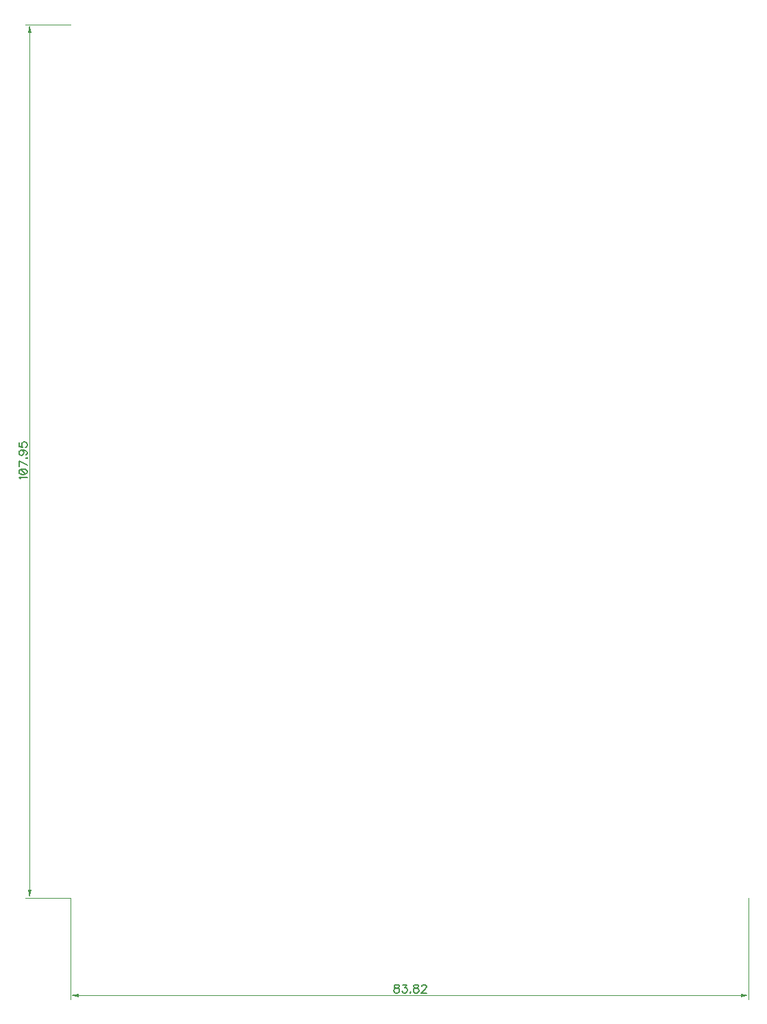
<source format=gbr>
G04 DipTrace 4.2.0.1*
G04 TopDimension.gbr*
%MOIN*%
G04 #@! TF.FileFunction,Drawing,Top*
G04 #@! TF.Part,Single*
%ADD13C,0.001181*%
%ADD112C,0.006176*%
%FSLAX26Y26*%
G04*
G70*
G90*
G75*
G01*
G04 TopDimension*
%LPD*%
X393701Y393701D2*
D13*
Y-100984D1*
X3693701Y393701D2*
Y-100984D1*
X2043701Y-81299D2*
X433071D1*
G36*
X393701D2*
X433071Y-73425D1*
Y-89173D1*
X393701Y-81299D1*
G37*
X2043701D2*
D13*
X3654331D1*
G36*
X3693701D2*
X3654331Y-89173D1*
Y-73425D1*
X3693701Y-81299D1*
G37*
X393701Y4643701D2*
D13*
X174016D1*
X393701Y393701D2*
X174016D1*
X193701Y2518701D2*
Y4604331D1*
G36*
Y4643701D2*
X201575Y4604331D1*
X185827D1*
X193701Y4643701D1*
G37*
Y2518701D2*
D13*
Y433071D1*
G36*
Y393701D2*
X185827Y433071D1*
X201575D1*
X193701Y393701D1*
G37*
X1976168Y-28941D2*
D112*
X1970464Y-30842D1*
X1968519Y-34644D1*
Y-38491D1*
X1970464Y-42294D1*
X1974267Y-44239D1*
X1981916Y-46141D1*
X1987664Y-48042D1*
X1991467Y-51889D1*
X1993368Y-55691D1*
Y-61439D1*
X1991467Y-65242D1*
X1989565Y-67187D1*
X1983817Y-69088D1*
X1976168D1*
X1970464Y-67187D1*
X1968519Y-65242D1*
X1966617Y-61439D1*
Y-55691D1*
X1968519Y-51889D1*
X1972365Y-48042D1*
X1978069Y-46141D1*
X1985718Y-44239D1*
X1989565Y-42294D1*
X1991467Y-38491D1*
Y-34644D1*
X1989565Y-30842D1*
X1983817Y-28941D1*
X1976168D1*
X2009566D2*
X2030568D1*
X2019117Y-44239D1*
X2024865D1*
X2028667Y-46141D1*
X2030568Y-48042D1*
X2032514Y-53790D1*
Y-57592D1*
X2030568Y-63340D1*
X2026766Y-67187D1*
X2021018Y-69088D1*
X2015270D1*
X2009566Y-67187D1*
X2007665Y-65242D1*
X2005719Y-61439D1*
X2046767Y-65242D2*
X2044865Y-67187D1*
X2046767Y-69088D1*
X2048712Y-67187D1*
X2046767Y-65242D1*
X2070614Y-28941D2*
X2064910Y-30842D1*
X2062965Y-34644D1*
Y-38491D1*
X2064910Y-42294D1*
X2068713Y-44239D1*
X2076362Y-46141D1*
X2082110Y-48042D1*
X2085913Y-51889D1*
X2087814Y-55691D1*
Y-61439D1*
X2085913Y-65242D1*
X2084011Y-67187D1*
X2078263Y-69088D1*
X2070614D1*
X2064910Y-67187D1*
X2062965Y-65242D1*
X2061063Y-61439D1*
Y-55691D1*
X2062965Y-51889D1*
X2066811Y-48042D1*
X2072515Y-46141D1*
X2080165Y-44239D1*
X2084011Y-42294D1*
X2085913Y-38491D1*
Y-34644D1*
X2084011Y-30842D1*
X2078263Y-28941D1*
X2070614D1*
X2102111Y-38491D2*
Y-36590D1*
X2104012Y-32743D1*
X2105913Y-30842D1*
X2109760Y-28941D1*
X2117409D1*
X2121212Y-30842D1*
X2123113Y-32743D1*
X2125059Y-36590D1*
Y-40393D1*
X2123113Y-44239D1*
X2119311Y-49943D1*
X2100165Y-69088D1*
X2126960D1*
X148992Y2431551D2*
X147046Y2435397D1*
X141342Y2441145D1*
X181490D1*
X141342Y2464993D2*
X143244Y2459245D1*
X148992Y2455398D1*
X158542Y2453497D1*
X164290D1*
X173841Y2455398D1*
X179589Y2459245D1*
X181490Y2464993D1*
Y2468795D1*
X179589Y2474543D1*
X173841Y2478346D1*
X164290Y2480292D1*
X158542D1*
X148992Y2478346D1*
X143244Y2474543D1*
X141342Y2468795D1*
Y2464993D1*
X148992Y2478346D2*
X173841Y2455398D1*
X181490Y2500292D2*
X141342Y2519438D1*
Y2492643D1*
X177643Y2533690D2*
X179589Y2531789D1*
X181490Y2533690D1*
X179589Y2535636D1*
X177643Y2533690D1*
X154695Y2572881D2*
X160443Y2570935D1*
X164290Y2567133D1*
X166191Y2561384D1*
Y2559483D1*
X164290Y2553735D1*
X160443Y2549933D1*
X154695Y2547987D1*
X152794D1*
X147046Y2549933D1*
X143244Y2553735D1*
X141342Y2559483D1*
Y2561384D1*
X143244Y2567133D1*
X147046Y2570935D1*
X154695Y2572881D1*
X164290D1*
X173841Y2570935D1*
X179589Y2567133D1*
X181490Y2561384D1*
Y2557582D1*
X179589Y2551834D1*
X175742Y2549933D1*
X141342Y2608180D2*
Y2589079D1*
X158542Y2587177D1*
X156641Y2589079D1*
X154695Y2594827D1*
Y2600531D1*
X156641Y2606279D1*
X160443Y2610125D1*
X166191Y2612027D1*
X169994D1*
X175742Y2610125D1*
X179589Y2606279D1*
X181490Y2600531D1*
Y2594827D1*
X179589Y2589079D1*
X177643Y2587177D1*
X173841Y2585232D1*
M02*

</source>
